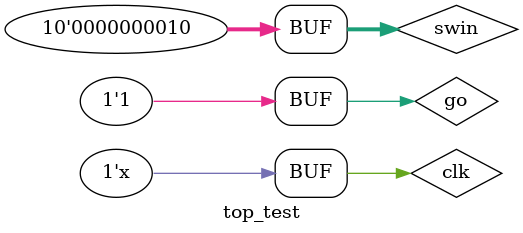
<source format=v>
`timescale 1ns / 1ps


module top_test;

	// Inputs
	reg [9:0] swin;
	reg go;
	reg clk;

	// Outputs
	wire over;
	wire [9:0] out;
	wire Tout, Tcnt, Tf0, Tf1;
	wire [3:0] state;
	wire B0;
	// Instantiate the Unit Under Test (UUT)
	top uut (
		.swin(swin), 
		.go(go), 
		.over(over), 
		.out(out), 
		.clk(clk),
		.Tout(Tout), .Tcnt(Tcnt), .Tf0(Tf0), .Tf1(Tf1),
		.state(state),
		.B0(B0)
	);

	initial begin
		// Initialize Inputs
		swin =10'b0000000000;
		go = 0;
		clk = 0;

		// Wait 100 ns for global reset to finish
		#100;
        
		// Add stimulus here
		#10 
		swin = 10'b0000000010;
		go = 1;

	end
	
	always
	#100 clk = !clk;
      
endmodule


</source>
